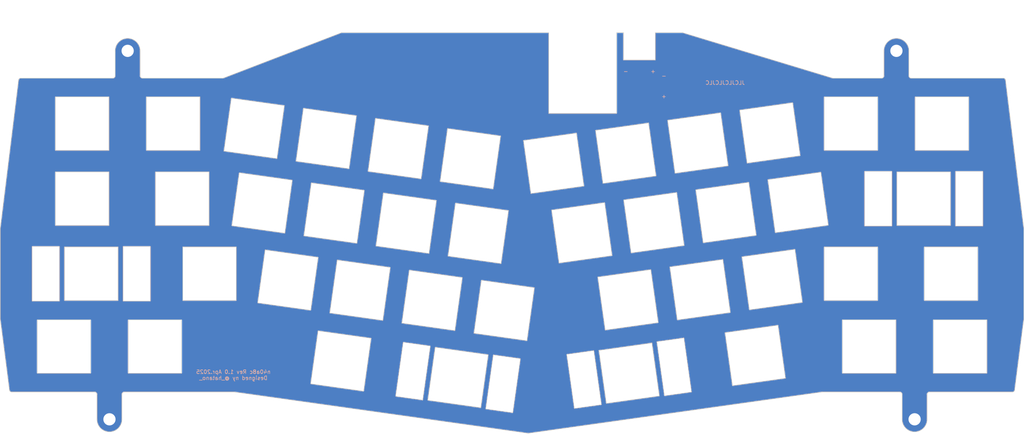
<source format=kicad_pcb>
(kicad_pcb (version 20241229) (generator "pcbnew") (generator_version "9.0")
  (title_block (title "n40a8c") (date "2025-04-17") (rev "1.0"))
  (layers (0 "F.Cu" mixed) (2 "B.Cu" mixed) (13 "F.Paste" user) (15 "B.Paste" user) (5 "F.SilkS" user "F.Silkscreen") (7 "B.SilkS" user "B.Silkscreen") (1 "F.Mask" user) (3 "B.Mask" user) (25 "Edge.Cuts" user))
  (net 0 "")
  (net 1 "GND")
  (footprint "cscslib:MountingHole_M3_plating_truss" (layer "F.Cu") (at 40.481284 125.01573)
    (property "Reference" "H3")
    (property "Value" "MountingHole_Pad" (hide yes))
    (pad "1" thru_hole circle (at 0 0) (size 3.4 3.4) (drill 3.2) (layers "*.Cu" "*.Mask") (net 1 "GND") (clearance 1.75))
  )
  (footprint "cscslib:MountingHole_M3_plating_truss" (layer "F.Cu") (at 45.243818 28.575024)
    (property "Reference" "H1")
    (property "Value" "MountingHole_Pad" (hide yes))
    (pad "1" thru_hole circle (at 0 0) (size 3.4 3.4) (drill 3.2) (layers "*.Cu" "*.Mask") (net 1 "GND") (clearance 1.75))
  )
  (footprint "cscslib:MountingHole_M3_plating_truss" (layer "F.Cu") (at 251.222086 125.01573)
    (property "Reference" "H4")
    (property "Value" "MountingHole_Pad" (hide yes))
    (pad "1" thru_hole circle (at 0 0) (size 3.4 3.4) (drill 3.2) (layers "*.Cu" "*.Mask") (net 1 "GND") (clearance 1.75))
  )
  (footprint "cscslib:MountingHole_M3_plating_truss" (layer "F.Cu") (at 246.459582 28.57498)
    (property "Reference" "H2")
    (property "Value" "MountingHole_Pad" (hide yes))
    (pad "1" thru_hole circle (at 0 0) (size 3.4 3.4) (drill 3.2) (layers "*.Cu" "*.Mask") (net 1 "GND") (clearance 1.75))
  )
  (footprint "cscslib:CPG151101S11_frame" (layer "B.Cu") (at 33.33751 47.624945)
    (property "Reference" "SW1" (hide yes))
    (property "Value" "CPG151101S11-16" (hide yes))
    (fp_line (start -7 -7) (end 7 -7) (stroke (width 0.15)) (layer "Edge.Cuts"))
    (fp_line (start -7 7) (end -7 -7) (stroke (width 0.15)) (layer "Edge.Cuts"))
    (fp_line (start -7 7) (end 7 7) (stroke (width 0.15)) (layer "Edge.Cuts"))
    (fp_line (start 7 7) (end 7 -7) (stroke (width 0.15)) (layer "Edge.Cuts"))
  )
  (footprint "cscslib:CPG151101S11_frame" (layer "B.Cu") (at 78.353535 48.857954 -8)
    (property "Reference" "SW3" (hide yes))
    (property "Value" "CPG151101S11-16" (hide yes))
    (fp_line (start -7 7) (end -7 -7) (stroke (width 0.15)) (layer "Edge.Cuts"))
    (fp_line (start -7 7) (end 7 7) (stroke (width 0.15)) (layer "Edge.Cuts"))
    (fp_line (start -7 -7) (end 7 -7) (stroke (width 0.15)) (layer "Edge.Cuts"))
    (fp_line (start 7 7) (end 7 -7) (stroke (width 0.15)) (layer "Edge.Cuts"))
  )
  (footprint "cscslib:CPG151101S11_frame" (layer "B.Cu") (at 97.218222 51.509214 -8)
    (property "Reference" "SW4" (hide yes))
    (property "Value" "CPG151101S11-16" (hide yes))
    (fp_line (start -7 7) (end -7 -7) (stroke (width 0.15)) (layer "Edge.Cuts"))
    (fp_line (start -7 7) (end 7 7) (stroke (width 0.15)) (layer "Edge.Cuts"))
    (fp_line (start -7 -7) (end 7 -7) (stroke (width 0.15)) (layer "Edge.Cuts"))
    (fp_line (start 7 7) (end 7 -7) (stroke (width 0.15)) (layer "Edge.Cuts"))
  )
  (footprint "cscslib:CPG151101S11_frame" (layer "B.Cu") (at 116.082905 54.160471 -8)
    (property "Reference" "SW5" (hide yes))
    (property "Value" "CPG151101S11-16" (hide yes))
    (fp_line (start -7 7) (end -7 -7) (stroke (width 0.15)) (layer "Edge.Cuts"))
    (fp_line (start -7 7) (end 7 7) (stroke (width 0.15)) (layer "Edge.Cuts"))
    (fp_line (start -7 -7) (end 7 -7) (stroke (width 0.15)) (layer "Edge.Cuts"))
    (fp_line (start 7 7) (end 7 -7) (stroke (width 0.15)) (layer "Edge.Cuts"))
  )
  (footprint "cscslib:CPG151101S11_frame" (layer "B.Cu") (at 134.947593 56.811729 -8)
    (property "Reference" "SW6" (hide yes))
    (property "Value" "CPG151101S11-16" (hide yes))
    (fp_line (start -7 7) (end -7 -7) (stroke (width 0.15)) (layer "Edge.Cuts"))
    (fp_line (start -7 7) (end 7 7) (stroke (width 0.15)) (layer "Edge.Cuts"))
    (fp_line (start -7 -7) (end 7 -7) (stroke (width 0.15)) (layer "Edge.Cuts"))
    (fp_line (start 7 7) (end 7 -7) (stroke (width 0.15)) (layer "Edge.Cuts"))
  )
  (footprint "cscslib:CPG151101S11_frame" (layer "B.Cu") (at 156.755523 58.002379 8)
    (property "Reference" "SW7" (hide yes))
    (property "Value" "CPG151101S11-16" (hide yes))
    (fp_line (start -7 -7) (end 7 -7) (stroke (width 0.15)) (layer "Edge.Cuts"))
    (fp_line (start -7 7) (end -7 -7) (stroke (width 0.15)) (layer "Edge.Cuts"))
    (fp_line (start -7 7) (end 7 7) (stroke (width 0.15)) (layer "Edge.Cuts"))
    (fp_line (start 7 7) (end 7 -7) (stroke (width 0.15)) (layer "Edge.Cuts"))
  )
  (footprint "cscslib:CPG151101S11_frame" (layer "B.Cu") (at 175.620209 55.351123 8)
    (property "Reference" "SW8" (hide yes))
    (property "Value" "CPG151101S11-16" (hide yes))
    (fp_line (start -7 -7) (end 7 -7) (stroke (width 0.15)) (layer "Edge.Cuts"))
    (fp_line (start -7 7) (end -7 -7) (stroke (width 0.15)) (layer "Edge.Cuts"))
    (fp_line (start -7 7) (end 7 7) (stroke (width 0.15)) (layer "Edge.Cuts"))
    (fp_line (start 7 7) (end 7 -7) (stroke (width 0.15)) (layer "Edge.Cuts"))
  )
  (footprint "cscslib:CPG151101S11_frame" (layer "B.Cu") (at 194.484895 52.699862 8)
    (property "Reference" "SW9" (hide yes))
    (property "Value" "CPG151101S11-16" (hide yes))
    (fp_line (start -7 -7) (end 7 -7) (stroke (width 0.15)) (layer "Edge.Cuts"))
    (fp_line (start -7 7) (end -7 -7) (stroke (width 0.15)) (layer "Edge.Cuts"))
    (fp_line (start -7 7) (end 7 7) (stroke (width 0.15)) (layer "Edge.Cuts"))
    (fp_line (start 7 7) (end 7 -7) (stroke (width 0.15)) (layer "Edge.Cuts"))
  )
  (footprint "cscslib:CPG151101S11_frame" (layer "B.Cu") (at 213.349579 50.048606 8)
    (property "Reference" "SW10" (hide yes))
    (property "Value" "CPG151101S11-16" (hide yes))
    (fp_line (start -7 -7) (end 7 -7) (stroke (width 0.15)) (layer "Edge.Cuts"))
    (fp_line (start -7 7) (end -7 -7) (stroke (width 0.15)) (layer "Edge.Cuts"))
    (fp_line (start -7 7) (end 7 7) (stroke (width 0.15)) (layer "Edge.Cuts"))
    (fp_line (start 7 7) (end 7 -7) (stroke (width 0.15)) (layer "Edge.Cuts"))
  )
  (footprint "cscslib:CPG151101S11_frame" (layer "B.Cu") (at 234.553135 47.624947)
    (property "Reference" "SW11" (hide yes))
    (property "Value" "CPG151101S11-16" (hide yes))
    (fp_line (start -7 -7) (end 7 -7) (stroke (width 0.15)) (layer "Edge.Cuts"))
    (fp_line (start -7 7) (end -7 -7) (stroke (width 0.15)) (layer "Edge.Cuts"))
    (fp_line (start -7 7) (end 7 7) (stroke (width 0.15)) (layer "Edge.Cuts"))
    (fp_line (start 7 7) (end 7 -7) (stroke (width 0.15)) (layer "Edge.Cuts"))
  )
  (footprint "cscslib:CPG151101S11_frame" (layer "B.Cu") (at 59.531259 67.270313)
    (property "Reference" "SW14" (hide yes))
    (property "Value" "CPG151101S11-16" (hide yes))
    (fp_line (start -7 -7) (end 7 -7) (stroke (width 0.15)) (layer "Edge.Cuts"))
    (fp_line (start -7 7) (end -7 -7) (stroke (width 0.15)) (layer "Edge.Cuts"))
    (fp_line (start -7 7) (end 7 7) (stroke (width 0.15)) (layer "Edge.Cuts"))
    (fp_line (start 7 7) (end 7 -7) (stroke (width 0.15)) (layer "Edge.Cuts"))
  )
  (footprint "cscslib:CPG151101S11_frame" (layer "B.Cu") (at 80.418275 68.38543 -8)
    (property "Reference" "SW15" (hide yes))
    (property "Value" "CPG151101S11-16" (hide yes))
    (fp_line (start -7 7) (end -7 -7) (stroke (width 0.15)) (layer "Edge.Cuts"))
    (fp_line (start -7 7) (end 7 7) (stroke (width 0.15)) (layer "Edge.Cuts"))
    (fp_line (start -7 -7) (end 7 -7) (stroke (width 0.15)) (layer "Edge.Cuts"))
    (fp_line (start 7 7) (end 7 -7) (stroke (width 0.15)) (layer "Edge.Cuts"))
  )
  (footprint "cscslib:CPG151101S11_frame" (layer "B.Cu") (at 164.122525 76.204313 8)
    (property "Reference" "SW19" (hide yes))
    (property "Value" "CPG151101S11-16" (hide yes))
    (fp_line (start -7 -7) (end 7 -7) (stroke (width 0.15)) (layer "Edge.Cuts"))
    (fp_line (start -7 7) (end -7 -7) (stroke (width 0.15)) (layer "Edge.Cuts"))
    (fp_line (start -7 7) (end 7 7) (stroke (width 0.15)) (layer "Edge.Cuts"))
    (fp_line (start 7 7) (end 7 -7) (stroke (width 0.15)) (layer "Edge.Cuts"))
  )
  (footprint "cscslib:CPG151101S11_frame" (layer "B.Cu") (at 201.851771 70.901814 8)
    (property "Reference" "SW21" (hide yes))
    (property "Value" "CPG151101S11-16" (hide yes))
    (fp_line (start -7 -7) (end 7 -7) (stroke (width 0.15)) (layer "Edge.Cuts"))
    (fp_line (start -7 7) (end -7 -7) (stroke (width 0.15)) (layer "Edge.Cuts"))
    (fp_line (start -7 7) (end 7 7) (stroke (width 0.15)) (layer "Edge.Cuts"))
    (fp_line (start 7 7) (end 7 -7) (stroke (width 0.15)) (layer "Edge.Cuts"))
  )
  (footprint "cscslib:CPG151101S11_frame_S" (layer "B.Cu") (at 35.71876 86.91557)
    (property "Reference" "SW24" (hide yes))
    (property "Value" "CPG151101S11-16" (hide yes))
    (fp_line (start -15.478138 -7.143756) (end -8.334382 -7.143756) (stroke (width 0.12)) (layer "Edge.Cuts"))
    (fp_line (start -15.478138 7.143756) (end -15.478138 -7.143756) (stroke (width 0.12)) (layer "Edge.Cuts"))
    (fp_line (start -8.334382 -7.143756) (end -8.334382 7.143756) (stroke (width 0.12)) (layer "Edge.Cuts"))
    (fp_line (start -8.334382 7.143756) (end -15.478138 7.143756) (stroke (width 0.12)) (layer "Edge.Cuts"))
    (fp_line (start -7 -7) (end -7 7) (stroke (width 0.15)) (layer "Edge.Cuts"))
    (fp_line (start -7 -7) (end 7 -7) (stroke (width 0.15)) (layer "Edge.Cuts"))
    (fp_line (start 7 7) (end -7 7) (stroke (width 0.15)) (layer "Edge.Cuts"))
    (fp_line (start 7 7) (end 7 -7) (stroke (width 0.15)) (layer "Edge.Cuts"))
    (fp_line (start 8.334382 -7.143756) (end 8.334382 7.143756) (stroke (width 0.12)) (layer "Edge.Cuts"))
    (fp_line (start 8.334382 -7.143756) (end 15.478138 -7.143756) (stroke (width 0.12)) (layer "Edge.Cuts"))
    (fp_line (start 8.334382 7.143756) (end 15.478138 7.143756) (stroke (width 0.12)) (layer "Edge.Cuts"))
    (fp_line (start 15.478138 7.143756) (end 15.478138 -7.143756) (stroke (width 0.12)) (layer "Edge.Cuts"))
  )
  (footprint "cscslib:CPG151101S11_frame" (layer "B.Cu") (at 66.674804 86.915694)
    (property "Reference" "SW25" (hide yes))
    (property "Value" "CPG151101S11-16" (hide yes))
    (fp_line (start -7 -7) (end 7 -7) (stroke (width 0.15)) (layer "Edge.Cuts"))
    (fp_line (start -7 7) (end -7 -7) (stroke (width 0.15)) (layer "Edge.Cuts"))
    (fp_line (start -7 7) (end 7 7) (stroke (width 0.15)) (layer "Edge.Cuts"))
    (fp_line (start 7 7) (end 7 -7) (stroke (width 0.15)) (layer "Edge.Cuts"))
  )
  (footprint "cscslib:CPG151101S11_frame" (layer "B.Cu") (at 87.199335 88.575677 -8)
    (property "Reference" "SW26" (hide yes))
    (property "Value" "CPG151101S11-16" (hide yes))
    (fp_line (start -7 7) (end -7 -7) (stroke (width 0.15)) (layer "Edge.Cuts"))
    (fp_line (start -7 7) (end 7 7) (stroke (width 0.15)) (layer "Edge.Cuts"))
    (fp_line (start -7 -7) (end 7 -7) (stroke (width 0.15)) (layer "Edge.Cuts"))
    (fp_line (start 7 7) (end 7 -7) (stroke (width 0.15)) (layer "Edge.Cuts"))
  )
  (footprint "cscslib:CPG151101S11_frame" (layer "B.Cu") (at 124.928605 93.878018 -8)
    (property "Reference" "SW28" (hide yes))
    (property "Value" "CPG151101S11-16" (hide yes))
    (fp_line (start -7 7) (end -7 -7) (stroke (width 0.15)) (layer "Edge.Cuts"))
    (fp_line (start -7 7) (end 7 7) (stroke (width 0.15)) (layer "Edge.Cuts"))
    (fp_line (start -7 -7) (end 7 -7) (stroke (width 0.15)) (layer "Edge.Cuts"))
    (fp_line (start 7 7) (end 7 -7) (stroke (width 0.15)) (layer "Edge.Cuts"))
  )
  (footprint "cscslib:CPG151101S11_frame" (layer "B.Cu") (at 143.793192 96.52949 -8)
    (property "Reference" "SW29" (hide yes))
    (property "Value" "CPG151101S11-16" (hide yes))
    (fp_line (start -7 7) (end -7 -7) (stroke (width 0.15)) (layer "Edge.Cuts"))
    (fp_line (start -7 7) (end 7 7) (stroke (width 0.15)) (layer "Edge.Cuts"))
    (fp_line (start -7 -7) (end 7 -7) (stroke (width 0.15)) (layer "Edge.Cuts"))
    (fp_line (start 7 7) (end 7 -7) (stroke (width 0.15)) (layer "Edge.Cuts"))
  )
  (footprint "cscslib:CPG151101S11_frame" (layer "B.Cu") (at 57.15001 47.624945)
    (property "Reference" "SW2" (hide yes))
    (property "Value" "CPG151101S11-16" (hide yes))
    (fp_line (start -7 -7) (end 7 -7) (stroke (width 0.15)) (layer "Edge.Cuts"))
    (fp_line (start -7 7) (end -7 -7) (stroke (width 0.15)) (layer "Edge.Cuts"))
    (fp_line (start -7 7) (end 7 7) (stroke (width 0.15)) (layer "Edge.Cuts"))
    (fp_line (start 7 7) (end 7 -7) (stroke (width 0.15)) (layer "Edge.Cuts"))
  )
  (footprint "cscslib:CPG151101S11_frame" (layer "B.Cu") (at 182.98715 73.553065 8)
    (property "Reference" "SW20" (hide yes))
    (property "Value" "CPG151101S11-16" (hide yes))
    (fp_line (start -7 -7) (end 7 -7) (stroke (width 0.15)) (layer "Edge.Cuts"))
    (fp_line (start -7 7) (end -7 -7) (stroke (width 0.15)) (layer "Edge.Cuts"))
    (fp_line (start -7 7) (end 7 7) (stroke (width 0.15)) (layer "Edge.Cuts"))
    (fp_line (start 7 7) (end 7 -7) (stroke (width 0.15)) (layer "Edge.Cuts"))
  )
  (footprint "cscslib:CPG151101S11_frame" (layer "B.Cu") (at 33.337513 67.270312)
    (property "Reference" "SW13" (hide yes))
    (property "Value" "CPG151101S11-16" (hide yes))
    (fp_line (start -7 -7) (end 7 -7) (stroke (width 0.15)) (layer "Edge.Cuts"))
    (fp_line (start -7 7) (end -7 -7) (stroke (width 0.15)) (layer "Edge.Cuts"))
    (fp_line (start -7 7) (end 7 7) (stroke (width 0.15)) (layer "Edge.Cuts"))
    (fp_line (start 7 7) (end 7 -7) (stroke (width 0.15)) (layer "Edge.Cuts"))
  )
  (footprint "cscslib:CPG151101S11_frame" (layer "B.Cu") (at 220.716393 68.250566 8)
    (property "Reference" "SW22" (hide yes))
    (property "Value" "CPG151101S11-16" (hide yes))
    (fp_line (start -7 -7) (end 7 -7) (stroke (width 0.15)) (layer "Edge.Cuts"))
    (fp_line (start -7 7) (end -7 -7) (stroke (width 0.15)) (layer "Edge.Cuts"))
    (fp_line (start -7 7) (end 7 7) (stroke (width 0.15)) (layer "Edge.Cuts"))
    (fp_line (start 7 7) (end 7 -7) (stroke (width 0.15)) (layer "Edge.Cuts"))
  )
  (footprint "cscslib:CPG151101S11_frame" (layer "B.Cu") (at 99.282896 71.03668 -8)
    (property "Reference" "SW16" (hide yes))
    (property "Value" "CPG151101S11-16" (hide yes))
    (fp_line (start -7 7) (end -7 -7) (stroke (width 0.15)) (layer "Edge.Cuts"))
    (fp_line (start -7 7) (end 7 7) (stroke (width 0.15)) (layer "Edge.Cuts"))
    (fp_line (start -7 -7) (end 7 -7) (stroke (width 0.15)) (layer "Edge.Cuts"))
    (fp_line (start 7 7) (end 7 -7) (stroke (width 0.15)) (layer "Edge.Cuts"))
  )
  (footprint "cscslib:CPG151101S11_frame" (layer "B.Cu") (at 137.012141 76.339179 -8)
    (property "Reference" "SW18" (hide yes))
    (property "Value" "CPG151101S11-16" (hide yes))
    (fp_line (start -7 7) (end -7 -7) (stroke (width 0.15)) (layer "Edge.Cuts"))
    (fp_line (start -7 7) (end 7 7) (stroke (width 0.15)) (layer "Edge.Cuts"))
    (fp_line (start -7 -7) (end 7 -7) (stroke (width 0.15)) (layer "Edge.Cuts"))
    (fp_line (start 7 7) (end 7 -7) (stroke (width 0.15)) (layer "Edge.Cuts"))
  )
  (footprint "cscslib:CPG151101S11_frame" (layer "B.Cu") (at 118.147516 73.687929 -8)
    (property "Reference" "SW17" (hide yes))
    (property "Value" "CPG151101S11-16" (hide yes))
    (fp_line (start -7 7) (end -7 -7) (stroke (width 0.15)) (layer "Edge.Cuts"))
    (fp_line (start -7 7) (end 7 7) (stroke (width 0.15)) (layer "Edge.Cuts"))
    (fp_line (start -7 -7) (end 7 -7) (stroke (width 0.15)) (layer "Edge.Cuts"))
    (fp_line (start 7 7) (end 7 -7) (stroke (width 0.15)) (layer "Edge.Cuts"))
  )
  (footprint "cscslib:CPG151101S11_frame_S" (layer "B.Cu") (at 253.603134 67.270316)
    (property "Reference" "SW23" (hide yes))
    (property "Value" "CPG151101S11-16" (hide yes))
    (fp_line (start -15.478138 -7.143756) (end -8.334382 -7.143756) (stroke (width 0.12)) (layer "Edge.Cuts"))
    (fp_line (start -15.478138 7.143756) (end -15.478138 -7.143756) (stroke (width 0.12)) (layer "Edge.Cuts"))
    (fp_line (start -8.334382 -7.143756) (end -8.334382 7.143756) (stroke (width 0.12)) (layer "Edge.Cuts"))
    (fp_line (start -8.334382 7.143756) (end -15.478138 7.143756) (stroke (width 0.12)) (layer "Edge.Cuts"))
    (fp_line (start -7 -7) (end -7 7) (stroke (width 0.15)) (layer "Edge.Cuts"))
    (fp_line (start -7 -7) (end 7 -7) (stroke (width 0.15)) (layer "Edge.Cuts"))
    (fp_line (start 7 7) (end -7 7) (stroke (width 0.15)) (layer "Edge.Cuts"))
    (fp_line (start 7 7) (end 7 -7) (stroke (width 0.15)) (layer "Edge.Cuts"))
    (fp_line (start 8.334382 -7.143756) (end 8.334382 7.143756) (stroke (width 0.12)) (layer "Edge.Cuts"))
    (fp_line (start 8.334382 -7.143756) (end 15.478138 -7.143756) (stroke (width 0.12)) (layer "Edge.Cuts"))
    (fp_line (start 8.334382 7.143756) (end 15.478138 7.143756) (stroke (width 0.12)) (layer "Edge.Cuts"))
    (fp_line (start 15.478138 7.143756) (end 15.478138 -7.143756) (stroke (width 0.12)) (layer "Edge.Cuts"))
  )
  (footprint "cscslib:CPG151101S11_frame" (layer "B.Cu") (at 213.935858 88.440801 8)
    (property "Reference" "SW32" (hide yes))
    (property "Value" "CPG151101S11-16" (hide yes))
    (fp_line (start -7 -7) (end 7 -7) (stroke (width 0.15)) (layer "Edge.Cuts"))
    (fp_line (start -7 7) (end -7 -7) (stroke (width 0.15)) (layer "Edge.Cuts"))
    (fp_line (start -7 7) (end 7 7) (stroke (width 0.15)) (layer "Edge.Cuts"))
    (fp_line (start 7 7) (end 7 -7) (stroke (width 0.15)) (layer "Edge.Cuts"))
  )
  (footprint "cscslib:CPG151101S11_frame" (layer "B.Cu") (at 258.365634 47.624944)
    (property "Reference" "SW12" (hide yes))
    (property "Value" "CPG151101S11-16" (hide yes))
    (fp_line (start -7 -7) (end 7 -7) (stroke (width 0.15)) (layer "Edge.Cuts"))
    (fp_line (start -7 7) (end -7 -7) (stroke (width 0.15)) (layer "Edge.Cuts"))
    (fp_line (start -7 7) (end 7 7) (stroke (width 0.15)) (layer "Edge.Cuts"))
    (fp_line (start 7 7) (end 7 -7) (stroke (width 0.15)) (layer "Edge.Cuts"))
  )
  (footprint "cscslib:CPG151101S11_frame" (layer "B.Cu") (at 106.063958 91.226928 -8)
    (property "Reference" "SW27" (hide yes))
    (property "Value" "CPG151101S11-16" (hide yes))
    (fp_line (start -7 7) (end -7 -7) (stroke (width 0.15)) (layer "Edge.Cuts"))
    (fp_line (start -7 7) (end 7 7) (stroke (width 0.15)) (layer "Edge.Cuts"))
    (fp_line (start -7 -7) (end 7 -7) (stroke (width 0.15)) (layer "Edge.Cuts"))
    (fp_line (start 7 7) (end 7 -7) (stroke (width 0.15)) (layer "Edge.Cuts"))
  )
  (footprint "cscslib:CPG151101S11_frame" (layer "B.Cu") (at 176.206536 93.743312 8)
    (property "Reference" "SW30" (hide yes))
    (property "Value" "CPG151101S11-16" (hide yes))
    (fp_line (start -7 -7) (end 7 -7) (stroke (width 0.15)) (layer "Edge.Cuts"))
    (fp_line (start -7 7) (end -7 -7) (stroke (width 0.15)) (layer "Edge.Cuts"))
    (fp_line (start -7 7) (end 7 7) (stroke (width 0.15)) (layer "Edge.Cuts"))
    (fp_line (start 7 7) (end 7 -7) (stroke (width 0.15)) (layer "Edge.Cuts"))
  )
  (footprint "cscslib:CPG151101S11_frame" (layer "B.Cu") (at 263.128136 105.96557)
    (property "Reference" "SW42" (hide yes))
    (property "Value" "CPG151101S11-16" (hide yes))
    (fp_line (start -7 -7) (end 7 -7) (stroke (width 0.15)) (layer "Edge.Cuts"))
    (fp_line (start -7 7) (end -7 -7) (stroke (width 0.15)) (layer "Edge.Cuts"))
    (fp_line (start -7 7) (end 7 7) (stroke (width 0.15)) (layer "Edge.Cuts"))
    (fp_line (start 7 7) (end 7 -7) (stroke (width 0.15)) (layer "Edge.Cuts"))
  )
  (footprint "cscslib:CPG151101S11_frame" (layer "B.Cu") (at 209.513127 108.299409 8)
    (property "Reference" "SW40" (hide yes))
    (property "Value" "CPG151101S11-16" (hide yes))
    (fp_line (start -7 -7) (end 7 -7) (stroke (width 0.15)) (layer "Edge.Cuts"))
    (fp_line (start -7 7) (end -7 -7) (stroke (width 0.15)) (layer "Edge.Cuts"))
    (fp_line (start -7 7) (end 7 7) (stroke (width 0.15)) (layer "Edge.Cuts"))
    (fp_line (start 7 7) (end 7 -7) (stroke (width 0.15)) (layer "Edge.Cuts"))
  )
  (footprint "cscslib:CPG151101S11_frame" (layer "B.Cu") (at 239.315856 105.965658)
    (property "Reference" "SW41" (hide yes))
    (property "Value" "CPG151101S11-16" (hide yes))
    (fp_line (start -7 -7) (end 7 -7) (stroke (width 0.15)) (layer "Edge.Cuts"))
    (fp_line (start -7 7) (end -7 -7) (stroke (width 0.15)) (layer "Edge.Cuts"))
    (fp_line (start -7 7) (end 7 7) (stroke (width 0.15)) (layer "Edge.Cuts"))
    (fp_line (start 7 7) (end 7 -7) (stroke (width 0.15)) (layer "Edge.Cuts"))
  )
  (footprint "cscslib:CPG151101S11_frame_S" (layer "B.Cu") (at 176.500038 112.939095 8)
    (property "Reference" "SW39" (hide yes))
    (property "Value" "CPG151101S11-16" (hide yes))
    (fp_line (start -15.478138 -7.143756) (end -8.334382 -7.143756) (stroke (width 0.12)) (layer "Edge.Cuts"))
    (fp_line (start -15.478138 7.143756) (end -15.478138 -7.143756) (stroke (width 0.12)) (layer "Edge.Cuts"))
    (fp_line (start -8.334382 -7.143756) (end -8.334382 7.143756) (stroke (width 0.12)) (layer "Edge.Cuts"))
    (fp_line (start -7 -7) (end -7 7) (stroke (width 0.15)) (layer "Edge.Cuts"))
    (fp_line (start -7 -7) (end 7 -7) (stroke (width 0.15)) (layer "Edge.Cuts"))
    (fp_line (start -8.334382 7.143756) (end -15.478138 7.143756) (stroke (width 0.12)) (layer "Edge.Cuts"))
    (fp_line (start 8.334382 -7.143756) (end 8.334382 7.143756) (stroke (width 0.12)) (layer "Edge.Cuts"))
    (fp_line (start 8.334382 -7.143756) (end 15.478138 -7.143756) (stroke (width 0.12)) (layer "Edge.Cuts"))
    (fp_line (start 7 7) (end -7 7) (stroke (width 0.15)) (layer "Edge.Cuts"))
    (fp_line (start 7 7) (end 7 -7) (stroke (width 0.15)) (layer "Edge.Cuts"))
    (fp_line (start 8.334382 7.143756) (end 15.478138 7.143756) (stroke (width 0.12)) (layer "Edge.Cuts"))
    (fp_line (start 15.478138 7.143756) (end 15.478138 -7.143756) (stroke (width 0.12)) (layer "Edge.Cuts"))
  )
  (footprint "cscslib:CPG151101S11_frame" (layer "B.Cu") (at 234.553135 86.915649)
    (property "Reference" "SW33" (hide yes))
    (property "Value" "CPG151101S11-16" (hide yes))
    (fp_line (start -7 -7) (end 7 -7) (stroke (width 0.15)) (layer "Edge.Cuts"))
    (fp_line (start -7 7) (end -7 -7) (stroke (width 0.15)) (layer "Edge.Cuts"))
    (fp_line (start -7 7) (end 7 7) (stroke (width 0.15)) (layer "Edge.Cuts"))
    (fp_line (start 7 7) (end 7 -7) (stroke (width 0.15)) (layer "Edge.Cuts"))
  )
  (footprint "cscslib:CPG151101S11_frame" (layer "B.Cu") (at 28.57501 105.965569)
    (property "Reference" "SW35" (hide yes))
    (property "Value" "CPG151101S11-16" (hide yes))
    (fp_line (start -7 -7) (end 7 -7) (stroke (width 0.15)) (layer "Edge.Cuts"))
    (fp_line (start -7 7) (end -7 -7) (stroke (width 0.15)) (layer "Edge.Cuts"))
    (fp_line (start -7 7) (end 7 7) (stroke (width 0.15)) (layer "Edge.Cuts"))
    (fp_line (start 7 7) (end 7 -7) (stroke (width 0.15)) (layer "Edge.Cuts"))
  )
  (footprint "cscslib:CPG151101S11_frame" (layer "B.Cu") (at 195.071225 91.091863 8)
    (property "Reference" "SW31" (hide yes))
    (property "Value" "CPG151101S11-16" (hide yes))
    (fp_line (start -7 -7) (end 7 -7) (stroke (width 0.15)) (layer "Edge.Cuts"))
    (fp_line (start -7 7) (end -7 -7) (stroke (width 0.15)) (layer "Edge.Cuts"))
    (fp_line (start -7 7) (end 7 7) (stroke (width 0.15)) (layer "Edge.Cuts"))
    (fp_line (start 7 7) (end 7 -7) (stroke (width 0.15)) (layer "Edge.Cuts"))
  )
  (footprint "cscslib:CPG151101S11_frame" (layer "B.Cu") (at 260.746885 86.91557)
    (property "Reference" "SW34" (hide yes))
    (property "Value" "CPG151101S11-16" (hide yes))
    (fp_line (start -7 -7) (end 7 -7) (stroke (width 0.15)) (layer "Edge.Cuts"))
    (fp_line (start -7 7) (end -7 -7) (stroke (width 0.15)) (layer "Edge.Cuts"))
    (fp_line (start -7 7) (end 7 7) (stroke (width 0.15)) (layer "Edge.Cuts"))
    (fp_line (start 7 7) (end 7 -7) (stroke (width 0.15)) (layer "Edge.Cuts"))
  )
  (footprint "cscslib:CPG151101S11_frame_S" (layer "B.Cu") (at 131.710235 114.068368 -8)
    (property "Reference" "SW38" (hide yes))
    (property "Value" "CPG151101S11-16" (hide yes))
    (fp_line (start -15.478138 7.143756) (end -15.478138 -7.143756) (stroke (width 0.12)) (layer "Edge.Cuts"))
    (fp_line (start -15.478138 -7.143756) (end -8.334382 -7.143756) (stroke (width 0.12)) (layer "Edge.Cuts"))
    (fp_line (start -8.334382 7.143756) (end -15.478138 7.143756) (stroke (width 0.12)) (layer "Edge.Cuts"))
    (fp_line (start -8.334382 -7.143756) (end -8.334382 7.143756) (stroke (width 0.12)) (layer "Edge.Cuts"))
    (fp_line (start -7 -7) (end -7 7) (stroke (width 0.15)) (layer "Edge.Cuts"))
    (fp_line (start -7 -7) (end 7 -7) (stroke (width 0.15)) (layer "Edge.Cuts"))
    (fp_line (start 7 7) (end -7 7) (stroke (width 0.15)) (layer "Edge.Cuts"))
    (fp_line (start 7 7) (end 7 -7) (stroke (width 0.15)) (layer "Edge.Cuts"))
    (fp_line (start 8.334382 7.143756) (end 15.478138 7.143756) (stroke (width 0.12)) (layer "Edge.Cuts"))
    (fp_line (start 8.334382 -7.143756) (end 8.334382 7.143756) (stroke (width 0.12)) (layer "Edge.Cuts"))
    (fp_line (start 8.334382 -7.143756) (end 15.478138 -7.143756) (stroke (width 0.12)) (layer "Edge.Cuts"))
    (fp_line (start 15.478138 7.143756) (end 15.478138 -7.143756) (stroke (width 0.12)) (layer "Edge.Cuts"))
  )
  (footprint "cscslib:CPG151101S11_frame" (layer "B.Cu") (at 101.055249 109.760089 -8)
    (property "Reference" "SW37" (hide yes))
    (property "Value" "CPG151101S11-16" (hide yes))
    (fp_line (start -7 7) (end -7 -7) (stroke (width 0.15)) (layer "Edge.Cuts"))
    (fp_line (start -7 7) (end 7 7) (stroke (width 0.15)) (layer "Edge.Cuts"))
    (fp_line (start -7 -7) (end 7 -7) (stroke (width 0.15)) (layer "Edge.Cuts"))
    (fp_line (start 7 7) (end 7 -7) (stroke (width 0.15)) (layer "Edge.Cuts"))
  )
  (footprint "cscslib:CPG151101S11_frame" (layer "B.Cu") (at 52.38751 105.96557)
    (property "Reference" "SW36" (hide yes))
    (property "Value" "CPG151101S11-16" (hide yes))
    (fp_line (start -7 -7) (end 7 -7) (stroke (width 0.15)) (layer "Edge.Cuts"))
    (fp_line (start -7 7) (end -7 -7) (stroke (width 0.15)) (layer "Edge.Cuts"))
    (fp_line (start -7 7) (end 7 7) (stroke (width 0.15)) (layer "Edge.Cuts"))
    (fp_line (start 7 7) (end 7 -7) (stroke (width 0.15)) (layer "Edge.Cuts"))
  )
  (gr_line (start 243.184842 35.123262) (end 243.184952 28.574932) (stroke (width 0.15)) (layer "Edge.Cuts"))
  (gr_line (start 190.50019 23.81254) (end 183.356404 23.81254) (stroke (width 0.15)) (layer "Edge.Cuts"))
  (gr_arc (start 41.969514 35.123375) (mid 41.795156 35.544359) (end 41.374181 35.718708) (stroke (width 0.15)) (layer "Edge.Cuts"))
  (gr_line (start 43.75556 125.01573) (end 43.75556 118.467287) (stroke (width 0.15)) (layer "Edge.Cuts"))
  (gr_line (start 183.356404 30.956276) (end 183.356404 23.81252) (stroke (width 0.15)) (layer "Edge.Cuts"))
  (gr_line (start 73.459041 117.904933) (end 150.087765 128.674398) (stroke (width 0.15)) (layer "Edge.Cuts"))
  (gr_line (start 37.207 125.01552) (end 37.207007 118.467085) (stroke (width 0.15)) (layer "Edge.Cuts"))
  (gr_arc (start 43.75556 125.01573) (mid 40.481175 128.29001) (end 37.207 125.01552) (stroke (width 0.15)) (layer "Edge.Cuts"))
  (gr_line (start 150.087765 128.674398) (end 226.951404 117.871918) (stroke (width 0.15)) (layer "Edge.Cuts"))
  (gr_arc (start 243.184869 35.12331) (mid 243.0105 35.544238) (end 242.589556 35.718622) (stroke (width 0.15)) (layer "Edge.Cuts"))
  (gr_line (start 73.22353 117.871928) (end 73.459041 117.904933) (stroke (width 0.15)) (layer "Edge.Cuts"))
  (gr_line (start 249.732496 28.574923) (end 249.732569 35.123366) (stroke (width 0.15)) (layer "Edge.Cuts"))
  (gr_arc (start 16.668794 36.314113) (mid 16.843153 35.893157) (end 17.264107 35.7188) (stroke (width 0.15)) (layer "Edge.Cuts"))
  (gr_arc (start 36.615469 117.871781) (mid 37.033972 118.047468) (end 37.206987 118.467075) (stroke (width 0.15)) (layer "Edge.Cuts"))
  (gr_arc (start 274.439323 35.7188) (mid 274.860253 35.893172) (end 275.034636 36.314113) (stroke (width 0.15)) (layer "Edge.Cuts"))
  (gr_arc (start 247.352167 117.871982) (mid 247.773103 118.04636) (end 247.947481 118.467307) (stroke (width 0.15)) (layer "Edge.Cuts"))
  (gr_line (start 226.951406 117.871822) (end 247.347836 117.871998) (stroke (width 0.15)) (layer "Edge.Cuts"))
  (gr_line (start 175.022022 30.956276) (end 175.021728 23.81248) (stroke (width 0.15)) (layer "Edge.Cuts"))
  (gr_line (start 173.236112 44.946133) (end 173.236113 23.81248) (stroke (width 0.15)) (layer "Edge.Cuts"))
  (gr_line (start 255.09835 117.871993) (end 276.820575 117.871822) (stroke (width 0.15)) (layer "Edge.Cuts"))
  (gr_line (start 175.021728 23.81248) (end 173.236113 23.81248) (stroke (width 0.15)) (layer "Edge.Cuts"))
  (gr_line (start 70.246964 35.718695) (end 49.113219 35.718802) (stroke (width 0.15)) (layer "Edge.Cuts"))
  (gr_line (start 41.969436 35.123467) (end 41.969496 28.575024) (stroke (width 0.15)) (layer "Edge.Cuts"))
  (gr_line (start 275.034385 36.314113) (end 279.796885 75.009318) (stroke (width 0.15)) (layer "Edge.Cuts"))
  (gr_arc (start 41.969496 28.575024) (mid 45.243818 25.300702) (end 48.51814 28.575024) (stroke (width 0.15)) (layer "Edge.Cuts"))
  (gr_line (start 250.337831 35.718795) (end 274.439323 35.718695) (stroke (width 0.15)) (layer "Edge.Cuts"))
  (gr_line (start 16.66876 36.314113) (end 11.906259 75.00932) (stroke (width 0.15)) (layer "Edge.Cuts"))
  (gr_line (start 279.796885 75.009318) (end 279.796885 98.82182) (stroke (width 0.15)) (layer "Edge.Cuts"))
  (gr_line (start 279.796885 98.82182) (end 277.415635 117.276681) (stroke (width 0.15)) (layer "Edge.Cuts"))
  (gr_arc (start 14.882855 117.871928) (mid 14.461923 117.697602) (end 14.287608 117.276681) (stroke (width 0.15)) (layer "Edge.Cuts"))
  (gr_line (start 242.589556 35.718799) (end 229.790848 35.7188) (stroke (width 0.15)) (layer "Edge.Cuts"))
  (gr_line (start 11.906261 98.82182) (end 11.906259 75.00932) (stroke (width 0.15)) (layer "Edge.Cuts"))
  (gr_arc (start 254.49585 118.467296) (mid 254.670213 118.046338) (end 255.091163 117.871982) (stroke (width 0.15)) (layer "Edge.Cuts"))
  (gr_line (start 247.947455 118.467307) (end 247.947448 125.01573) (stroke (width 0.15)) (layer "Edge.Cuts"))
  (gr_arc (start 43.755394 118.467075) (mid 43.931926 118.043965) (end 44.356819 117.871781) (stroke (width 0.15)) (layer "Edge.Cuts"))
  (gr_line (start 36.615318 117.871781) (end 14.882855 117.871928) (stroke (width 0.15)) (layer "Edge.Cuts"))
  (gr_arc (start 243.184952 28.574932) (mid 246.458696 25.301252) (end 249.732496 28.574923) (stroke (width 0.15)) (layer "Edge.Cuts"))
  (gr_arc (start 250.337828 35.718753) (mid 249.91092 35.547651) (end 249.733269 35.123423) (stroke (width 0.15)) (layer "Edge.Cuts"))
  (gr_line (start 101.20324 23.812538) (end 70.246964 35.718695) (stroke (width 0.15)) (layer "Edge.Cuts"))
  (gr_line (start 155.456418 23.812541) (end 155.456418 44.946135) (stroke (width 0.15)) (layer "Edge.Cuts"))
  (gr_line (start 254.496724 125.01573) (end 254.496748 118.4673) (stroke (width 0.15)) (layer "Edge.Cuts"))
  (gr_arc (start 49.113219 35.71874) (mid 48.692323 35.544379) (end 48.517946 35.123467) (stroke (width 0.15)) (layer "Edge.Cuts"))
  (gr_arc (start 277.415888 117.276681) (mid 277.24153 117.697634) (end 276.820575 117.871994) (stroke (width 0.15)) (layer "Edge.Cuts"))
  (gr_line (start 11.906261 98.82182) (end 14.287508 117.276682) (stroke (width 0.15)) (layer "Edge.Cuts"))
  (gr_line (start 48.51814 28.575024) (end 48.51818 35.123467) (stroke (width 0.15)) (layer "Edge.Cuts"))
  (gr_line (start 44.366129 117.871994) (end 73.22353 117.871928) (stroke (width 0.15)) (layer "Edge.Cuts"))
  (gr_line (start 41.376872 35.718708) (end 17.264107 35.7188) (stroke (width 0.15)) (layer "Edge.Cuts"))
  (gr_line (start 155.456406 44.946132) (end 173.236112 44.946133) (stroke (width 0.15)) (layer "Edge.Cuts"))
  (gr_arc (start 254.496724 125.01573) (mid 251.222086 128.290368) (end 247.947448 125.01573) (stroke (width 0.15)) (layer "Edge.Cuts"))
  (gr_line (start 175.022022 30.956276) (end 183.356404 30.956276) (stroke (width 0.15)) (layer "Edge.Cuts"))
  (gr_line (start 101.20324 23.812538) (end 155.456419 23.81254) (stroke (width 0.15)) (layer "Edge.Cuts"))
  (gr_line (start 190.50019 23.81254) (end 229.790848 35.7188) (stroke (width 0.15)) (layer "Edge.Cuts"))
  (gr_text "-" (at 175.617335 33.932841 0) (layer "B.SilkS") (effects (font (size 1 1)) (justify mirror)))
  (gr_text "+" (at 182.761091 33.93284 0) (layer "B.SilkS") (effects (font (size 1 1)) (justify mirror)))
  (gr_text "+" (at 186.332969 41.076598 0) (layer "B.SilkS") (effects (font (size 1 1)) (justify left bottom mirror)))
  (gr_text "n40a8c Rev 1.0 Apr.2025\nDesigned ny @_hatano_" (at 72.92572 113.406936 -0) (layer "B.SilkS") (effects (font (size 1 1)) (justify mirror)))
  (gr_text "-" (at 186.332969 35.718779 0) (layer "B.SilkS") (effects (font (size 1 1)) (justify left bottom mirror)))
  (gr_text "JLCJLCJLCJLC" (at 206.87092 37.504656 -0) (layer "B.SilkS") (effects (font (size 1 1)) (justify left bottom mirror)))
  (zone (net 1) (net_name "GND") (layers "F.Cu" "B.Cu") (connect_pads (clearance 0)) (min_thickness 0.25) (fill yes (thermal_gap 0.5) (thermal_bridge_width 0.5))
    (polygon (pts (xy 11.90626 23.81252) (xy 279.796885 23.81252) (xy 279.797137 129.182941) (xy 11.90629 129.182941)))
  )
)
</source>
